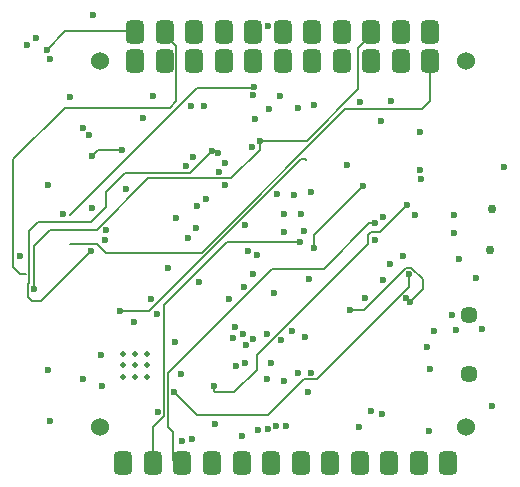
<source format=gbr>
%TF.GenerationSoftware,Altium Limited,Altium Designer,23.4.1 (23)*%
G04 Layer_Physical_Order=6*
G04 Layer_Color=16737945*
%FSLAX45Y45*%
%MOMM*%
%TF.SameCoordinates,2ABB9494-C5B4-4C01-9411-B7C80C6C87EF*%
%TF.FilePolarity,Positive*%
%TF.FileFunction,Copper,L6,Inr,Signal*%
%TF.Part,Single*%
G01*
G75*
%TA.AperFunction,Conductor*%
%ADD46C,0.15000*%
%TA.AperFunction,ViaPad*%
G04:AMPARAMS|DCode=47|XSize=1.524mm|YSize=2mm|CornerRadius=0.381mm|HoleSize=0mm|Usage=FLASHONLY|Rotation=0.000|XOffset=0mm|YOffset=0mm|HoleType=Round|Shape=RoundedRectangle|*
%AMROUNDEDRECTD47*
21,1,1.52400,1.23800,0,0,0.0*
21,1,0.76200,2.00000,0,0,0.0*
1,1,0.76200,0.38100,-0.61900*
1,1,0.76200,-0.38100,-0.61900*
1,1,0.76200,-0.38100,0.61900*
1,1,0.76200,0.38100,0.61900*
%
%ADD47ROUNDEDRECTD47*%
%TA.AperFunction,ComponentPad*%
%ADD48C,1.45000*%
%ADD49C,0.75000*%
%TA.AperFunction,ViaPad*%
%ADD50C,1.52400*%
%ADD51C,0.60000*%
%ADD52C,0.50000*%
D46*
X1068960Y174880D02*
X1150001D01*
X159640Y3802000D02*
X750002D01*
X3078100Y1510920D02*
X3184780Y1617600D01*
X3041702Y1799642D02*
X3089098D01*
X2686940Y1444880D02*
X3041702Y1799642D01*
X1745636Y3321366D02*
X1758910Y3334640D01*
X1271368Y3321366D02*
X1745636D01*
X200001Y2249999D02*
X1271368Y3321366D01*
X1216280Y2605660D02*
X1401700Y2791080D01*
X667640Y2605660D02*
X1216280D01*
X502540Y2440560D02*
X667640Y2605660D01*
X502540Y2316100D02*
Y2440560D01*
X375540Y2189100D02*
X502540Y2316100D01*
X-71500Y2189100D02*
X375540D01*
X-145160Y2115440D02*
X-71500Y2189100D01*
X-145160Y1676020D02*
Y2115440D01*
X-157860Y1663320D02*
X-145160Y1676020D01*
X-157860Y1556640D02*
Y1663320D01*
Y1556640D02*
X-122300Y1521080D01*
X-43560D01*
X378080Y1942720D01*
X1150001Y149998D02*
Y174880D01*
X1068960D02*
Y411100D01*
X1027004Y453056D02*
X1068960Y411100D01*
X1027004Y453056D02*
Y910164D01*
X1909700Y1792860D01*
X2346417D01*
X2729957Y2176400D01*
X2778380D01*
X380178Y2749998D02*
X431420Y2801240D01*
X634620D01*
X1526160Y2018920D02*
X2148460D01*
X997002Y1489762D02*
X1526160Y2018920D01*
X997002Y546203D02*
Y1489762D01*
X899999Y449200D02*
X997002Y546203D01*
X899999Y149998D02*
Y449200D01*
X200001Y2000002D02*
X428545D01*
X498959Y1929588D01*
X1316519D01*
X2528886Y3141956D01*
X3177516D01*
X3250002Y3214442D01*
Y3550002D01*
X2572640Y1444880D02*
X2686940D01*
X3184780Y1617600D02*
Y1703960D01*
X3089098Y1799642D02*
X3184780Y1703960D01*
X1081660Y748920D02*
X1274700Y555880D01*
X1874140D01*
X2178137Y859877D01*
X2287322D01*
X3065400Y1637956D01*
Y1747140D01*
X2267840Y1965580D02*
Y2079880D01*
X2679320Y2491360D01*
X-175640Y1749680D02*
X-175320Y1750000D01*
X-223900Y1749680D02*
X-175640D01*
X-282320Y1808100D02*
X-223900Y1749680D01*
X-282320Y1808100D02*
Y2719960D01*
X154560Y3156840D01*
X1046100D01*
X1099440Y3210180D01*
Y3677159D01*
X999999Y3776600D02*
X1099440Y3677159D01*
X999999Y3776600D02*
Y3799998D01*
X4700Y3647060D02*
X159640Y3802000D01*
X750002Y3799998D02*
Y3802000D01*
X2195653Y2719960D02*
X2199997Y2715617D01*
X2153540Y2719960D02*
X2195653D01*
X870840Y1437260D02*
X2153540Y2719960D01*
X625004Y1437260D02*
X870840D01*
X-104520Y1617600D02*
Y1985900D01*
X30100Y2120520D01*
X424664D01*
X862382Y2558238D01*
X1561161D01*
X1803020Y2800097D01*
Y2877333D01*
X2749998Y3776600D02*
Y3799998D01*
X2638238Y3664840D02*
X2749998Y3776600D01*
X2638238Y3314320D02*
Y3664840D01*
X2201251Y2877333D02*
X2638238Y3314320D01*
X1803020Y2877333D02*
X2201251D01*
X1414400Y759080D02*
Y797180D01*
Y759080D02*
X1427100Y746380D01*
X1589665D01*
X1781938Y938653D01*
Y1062935D01*
X2718187Y1999184D01*
Y2074800D01*
X2743968Y2100581D01*
X2819584D01*
X3050003Y2331000D01*
D47*
X3250002Y3550002D02*
D03*
X3000000D02*
D03*
X2749998D02*
D03*
X2500001D02*
D03*
X2249999D02*
D03*
X2000002D02*
D03*
X1750000D02*
D03*
X1499998D02*
D03*
X1250001D02*
D03*
X899999Y149998D02*
D03*
X1650000D02*
D03*
X3399999D02*
D03*
X3150002D02*
D03*
X2900000D02*
D03*
X2649998D02*
D03*
X2400001D02*
D03*
X2149999D02*
D03*
X650002D02*
D03*
X1900002D02*
D03*
X1150001D02*
D03*
X1399998D02*
D03*
X750002Y3799998D02*
D03*
X999999D02*
D03*
X1250001D02*
D03*
X1499998D02*
D03*
X999999Y3550002D02*
D03*
X750002D02*
D03*
X2000002Y3799998D02*
D03*
X1750000D02*
D03*
X2249999D02*
D03*
X2500001D02*
D03*
X2749998D02*
D03*
X3000000D02*
D03*
X3250002D02*
D03*
D48*
X3579999Y899999D02*
D03*
Y1399998D02*
D03*
D49*
X3770001Y2300001D02*
D03*
X3750001Y1950000D02*
D03*
D50*
X450003Y3550002D02*
D03*
X3550002D02*
D03*
Y450003D02*
D03*
X450003D02*
D03*
D51*
X472060Y799720D02*
D03*
X1422020Y474600D02*
D03*
X1180720Y2659838D02*
D03*
X1335660Y3172080D02*
D03*
X380178Y2749998D02*
D03*
X3448940Y2093916D02*
D03*
X2572640Y1444880D02*
D03*
X24802Y500000D02*
D03*
X1676020Y2161160D02*
D03*
X1975740Y3253360D02*
D03*
X1899540Y997840D02*
D03*
X1658240Y375540D02*
D03*
X1277240Y2321180D02*
D03*
X931800Y1411860D02*
D03*
X2029080Y459360D02*
D03*
X2074800Y1264337D02*
D03*
X2239900Y2440560D02*
D03*
X1758910Y3334640D02*
D03*
X1869060Y860680D02*
D03*
X388240Y2303400D02*
D03*
X1239140Y2737740D02*
D03*
X1952880Y2427860D02*
D03*
X1945260Y459360D02*
D03*
X3634360Y1711580D02*
D03*
X12320Y2501520D02*
D03*
X2006220Y2104726D02*
D03*
X3690240Y1279998D02*
D03*
X3466502Y1272160D02*
D03*
X2643760Y450003D02*
D03*
X2178940Y2115440D02*
D03*
X378080Y1942720D02*
D03*
X1452500Y2768936D02*
D03*
X3166177Y2552320D02*
D03*
X1401700Y2791080D02*
D03*
X1750158Y1744122D02*
D03*
X2778380Y2176400D02*
D03*
X2127302Y909062D02*
D03*
X3494660Y1871600D02*
D03*
X1597280Y1300100D02*
D03*
X1546480Y1533780D02*
D03*
X1460120Y2610740D02*
D03*
X1513460Y2504060D02*
D03*
X1869060Y1241680D02*
D03*
X1670940Y1640460D02*
D03*
X3220340Y1127380D02*
D03*
X1780160Y1907160D02*
D03*
X2650064Y3206080D02*
D03*
X3428620Y1399160D02*
D03*
X1701420Y1942720D02*
D03*
X493884Y2034160D02*
D03*
X1028320Y1803020D02*
D03*
X2847554Y2234104D02*
D03*
X634620Y2801240D02*
D03*
X1264540Y2140840D02*
D03*
X1886840Y3149220D02*
D03*
X2006220Y2257680D02*
D03*
X2005666Y2104726D02*
D03*
X2267840Y3182240D02*
D03*
X2697100Y1541400D02*
D03*
X2148460Y2018920D02*
D03*
X2156080Y2252600D02*
D03*
X2095120Y2415160D02*
D03*
X1350900Y2384680D02*
D03*
X2191640Y1218820D02*
D03*
X1743762Y3260142D02*
D03*
X1086740Y1170560D02*
D03*
X1234060Y347600D02*
D03*
X464440Y1061340D02*
D03*
X362840Y2923160D02*
D03*
X-168020Y3685160D02*
D03*
X820040Y3070480D02*
D03*
X1790320Y431420D02*
D03*
X1747140Y1195960D02*
D03*
X672720Y2468500D02*
D03*
X1766190Y3064130D02*
D03*
X1666673Y1244322D02*
D03*
X-86740Y3743580D02*
D03*
X2836800Y566040D02*
D03*
X2006962Y842900D02*
D03*
X139320Y2257680D02*
D03*
X27560Y3570860D02*
D03*
X395860Y3939160D02*
D03*
X2849200Y1694120D02*
D03*
X1193420Y2051940D02*
D03*
X1604900Y972440D02*
D03*
X2742820Y591440D02*
D03*
X1137540Y900797D02*
D03*
X1510920Y2686940D02*
D03*
X3159380Y2630201D02*
D03*
X1098424Y2223075D02*
D03*
X3448940Y2244980D02*
D03*
X3159380Y2951100D02*
D03*
X3045080Y1541400D02*
D03*
X3078100Y1510920D02*
D03*
X1081660Y748920D02*
D03*
X3065400Y1747140D02*
D03*
X2267840Y1965580D02*
D03*
X2679320Y2491360D02*
D03*
X2129898Y3150002D02*
D03*
X2834260Y3040000D02*
D03*
X3019680Y1904620D02*
D03*
X2234820Y914020D02*
D03*
X2907920Y1836040D02*
D03*
X1876680Y3847720D02*
D03*
X2778380Y2034160D02*
D03*
X1742060Y2826640D02*
D03*
X4700Y3647060D02*
D03*
X1582040Y1206958D02*
D03*
X736997Y1345043D02*
D03*
X1871600Y433960D02*
D03*
X625004Y1437260D02*
D03*
X1691260Y1145160D02*
D03*
X2219580Y1703960D02*
D03*
X1289940Y1681100D02*
D03*
X-228980Y1900800D02*
D03*
X901320Y3255900D02*
D03*
X9780Y931800D02*
D03*
X197740Y3250820D02*
D03*
X309500Y858140D02*
D03*
Y2981580D02*
D03*
X2542160Y2671700D02*
D03*
X1922400Y1584580D02*
D03*
X-104520Y1617600D02*
D03*
X1222899Y3169540D02*
D03*
X1803020Y2877333D02*
D03*
X3245740Y944500D02*
D03*
X3874019Y2656724D02*
D03*
X3119238Y2247022D02*
D03*
X505080Y2123060D02*
D03*
X944500Y578740D02*
D03*
X886080Y1533780D02*
D03*
X1150001Y337440D02*
D03*
X1985900Y1188340D02*
D03*
X3774060Y634620D02*
D03*
X1414400Y797180D02*
D03*
X3050003Y2331000D02*
D03*
X1678560Y997840D02*
D03*
X3281300Y1269620D02*
D03*
X2918080Y3215260D02*
D03*
X2211960Y746380D02*
D03*
X3235580Y416180D02*
D03*
D52*
X850002Y875001D02*
D03*
X750002D02*
D03*
X650002D02*
D03*
X850002Y975000D02*
D03*
X750002D02*
D03*
X650002D02*
D03*
X850002Y1075000D02*
D03*
X750002D02*
D03*
X650002D02*
D03*
%TF.MD5,856aa040f612582fc74a28517a12ec8c*%
M02*

</source>
